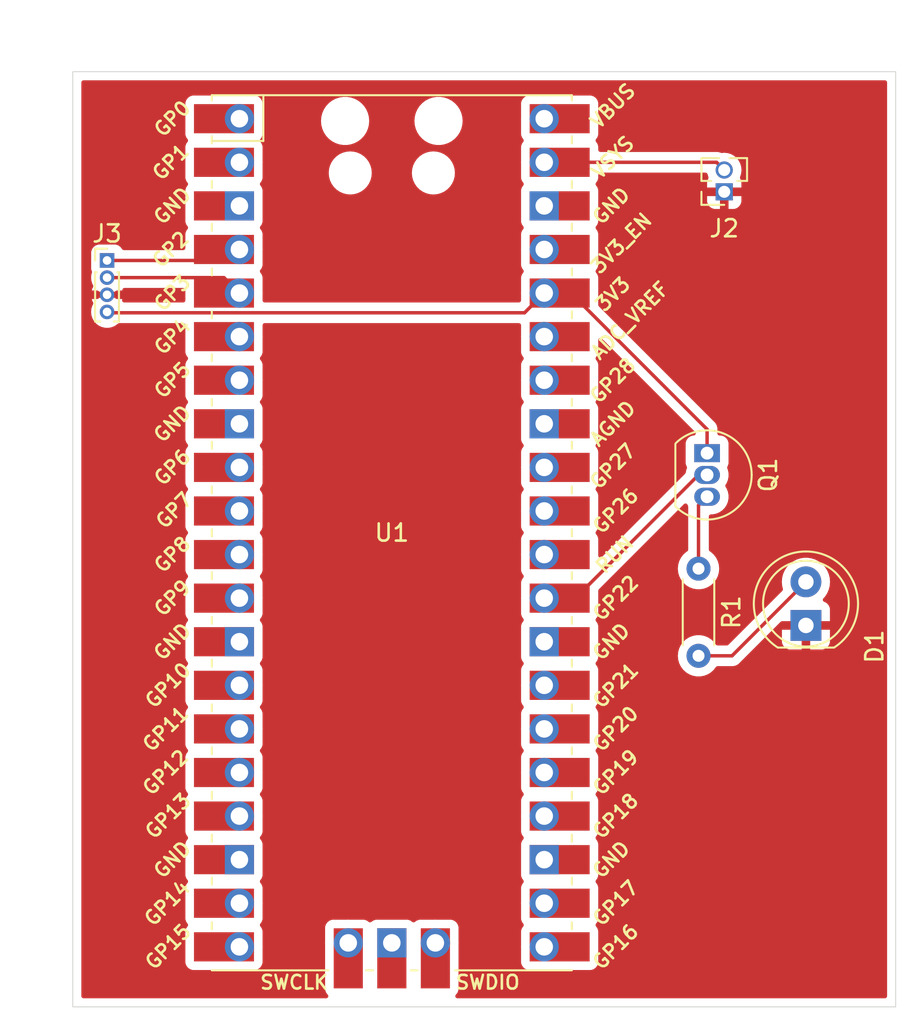
<source format=kicad_pcb>
(kicad_pcb (version 20240108) (generator "pcbnew") (generator_version "8.0")
  (layers (0 "F.Cu" signal) (31 "B.Cu" signal) (34 "B.Paste" user) (35 "F.Paste" user) (36 "B.SilkS" user "B.Silkscreen") (37 "F.SilkS" user "F.Silkscreen") (38 "B.Mask" user) (39 "F.Mask" user) (44 "Edge.Cuts" user))
  (net 0 "")
  (net 1 "Net-(D1-A)")
  (net 2 "VCC")
  (net 3 "Net-(Q1-E)")
  (net 39 "GND")
  (net 40 "VSYS")
  (net 41 "GPIO03")
  (net 42 "GPIO02")
  (net 43 "GPIO22")
  (footprint "Package_TO_SOT_THT:TO-92_Inline" (layer "F.Cu") (at 113.5 72.73 -90)
    (property "Reference" "Q1" (at 1.27 -3.56 90) (layer "F.SilkS"))
    (property "Value" "BC548")
    (fp_line (start -0.53 1.85) (end 3.07 1.85) (stroke (width 0.12)) (layer "F.SilkS"))
    (fp_arc (start -0.568478 1.838478) (mid -1.132087 -0.994977) (end 1.27 -2.6) (stroke (width 0.12)) (layer "F.SilkS"))
    (fp_arc (start 1.27 -2.6) (mid 3.672087 -0.994977) (end 3.108478 1.838478) (stroke (width 0.12)) (layer "F.SilkS"))
    (pad "1" thru_hole rect (at 0 0 270) (size 1.05 1.5) (drill 0.75) (layers "*.Cu" "*.Mask") (net 2 "VCC"))
    (pad "2" thru_hole oval (at 1.27 0 270) (size 1.05 1.5) (drill 0.75) (layers "*.Cu" "*.Mask") (net 43 "GPIO22"))
    (pad "3" thru_hole oval (at 2.54 0 270) (size 1.05 1.5) (drill 0.75) (layers "*.Cu" "*.Mask") (net 3 "Net-(Q1-E)"))
  )
  (footprint "MCU_RaspberryPi_and_Boards:RPi_Pico_SMD_TH" (layer "F.Cu") (at 95.11 77.37)
    (property "Reference" "U1" (at 0 0 0) (layer "F.SilkS"))
    (property "Value" "Pico")
    (fp_line (start -10.5 -25.5) (end -10.5 -25.2) (stroke (width 0.12)) (layer "F.SilkS"))
    (fp_line (start -10.5 -25.5) (end 10.5 -25.5) (stroke (width 0.12)) (layer "F.SilkS"))
    (fp_line (start -10.5 -23.1) (end -10.5 -22.7) (stroke (width 0.12)) (layer "F.SilkS"))
    (fp_line (start -10.5 -22.833) (end -7.493 -22.833) (stroke (width 0.12)) (layer "F.SilkS"))
    (fp_line (start -10.5 -20.5) (end -10.5 -20.1) (stroke (width 0.12)) (layer "F.SilkS"))
    (fp_line (start -10.5 -18) (end -10.5 -17.6) (stroke (width 0.12)) (layer "F.SilkS"))
    (fp_line (start -10.5 -15.4) (end -10.5 -15) (stroke (width 0.12)) (layer "F.SilkS"))
    (fp_line (start -10.5 -12.9) (end -10.5 -12.5) (stroke (width 0.12)) (layer "F.SilkS"))
    (fp_line (start -10.5 -10.4) (end -10.5 -10) (stroke (width 0.12)) (layer "F.SilkS"))
    (fp_line (start -10.5 -7.8) (end -10.5 -7.4) (stroke (width 0.12)) (layer "F.SilkS"))
    (fp_line (start -10.5 -5.3) (end -10.5 -4.9) (stroke (width 0.12)) (layer "F.SilkS"))
    (fp_line (start -10.5 -2.7) (end -10.5 -2.3) (stroke (width 0.12)) (layer "F.SilkS"))
    (fp_line (start -10.5 -0.2) (end -10.5 0.2) (stroke (width 0.12)) (layer "F.SilkS"))
    (fp_line (start -10.5 2.3) (end -10.5 2.7) (stroke (width 0.12)) (layer "F.SilkS"))
    (fp_line (start -10.5 4.9) (end -10.5 5.3) (stroke (width 0.12)) (layer "F.SilkS"))
    (fp_line (start -10.5 7.4) (end -10.5 7.8) (stroke (width 0.12)) (layer "F.SilkS"))
    (fp_line (start -10.5 10) (end -10.5 10.4) (stroke (width 0.12)) (layer "F.SilkS"))
    (fp_line (start -10.5 12.5) (end -10.5 12.9) (stroke (width 0.12)) (layer "F.SilkS"))
    (fp_line (start -10.5 15.1) (end -10.5 15.5) (stroke (width 0.12)) (layer "F.SilkS"))
    (fp_line (start -10.5 17.6) (end -10.5 18) (stroke (width 0.12)) (layer "F.SilkS"))
    (fp_line (start -10.5 20.1) (end -10.5 20.5) (stroke (width 0.12)) (layer "F.SilkS"))
    (fp_line (start -10.5 22.7) (end -10.5 23.1) (stroke (width 0.12)) (layer "F.SilkS"))
    (fp_line (start -7.493 -22.833) (end -7.493 -25.5) (stroke (width 0.12)) (layer "F.SilkS"))
    (fp_line (start -3.7 25.5) (end -10.5 25.5) (stroke (width 0.12)) (layer "F.SilkS"))
    (fp_line (start -1.5 25.5) (end -1.1 25.5) (stroke (width 0.12)) (layer "F.SilkS"))
    (fp_line (start 1.1 25.5) (end 1.5 25.5) (stroke (width 0.12)) (layer "F.SilkS"))
    (fp_line (start 10.5 -25.5) (end 10.5 -25.2) (stroke (width 0.12)) (layer "F.SilkS"))
    (fp_line (start 10.5 -23.1) (end 10.5 -22.7) (stroke (width 0.12)) (layer "F.SilkS"))
    (fp_line (start 10.5 -20.5) (end 10.5 -20.1) (stroke (width 0.12)) (layer "F.SilkS"))
    (fp_line (start 10.5 -18) (end 10.5 -17.6) (stroke (width 0.12)) (layer "F.SilkS"))
    (fp_line (start 10.5 -15.4) (end 10.5 -15) (stroke (width 0.12)) (layer "F.SilkS"))
    (fp_line (start 10.5 -12.9) (end 10.5 -12.5) (stroke (width 0.12)) (layer "F.SilkS"))
    (fp_line (start 10.5 -10.4) (end 10.5 -10) (stroke (width 0.12)) (layer "F.SilkS"))
    (fp_line (start 10.5 -7.8) (end 10.5 -7.4) (stroke (width 0.12)) (layer "F.SilkS"))
    (fp_line (start 10.5 -5.3) (end 10.5 -4.9) (stroke (width 0.12)) (layer "F.SilkS"))
    (fp_line (start 10.5 -2.7) (end 10.5 -2.3) (stroke (width 0.12)) (layer "F.SilkS"))
    (fp_line (start 10.5 -0.2) (end 10.5 0.2) (stroke (width 0.12)) (layer "F.SilkS"))
    (fp_line (start 10.5 2.3) (end 10.5 2.7) (stroke (width 0.12)) (layer "F.SilkS"))
    (fp_line (start 10.5 4.9) (end 10.5 5.3) (stroke (width 0.12)) (layer "F.SilkS"))
    (fp_line (start 10.5 7.4) (end 10.5 7.8) (stroke (width 0.12)) (layer "F.SilkS"))
    (fp_line (start 10.5 10) (end 10.5 10.4) (stroke (width 0.12)) (layer "F.SilkS"))
    (fp_line (start 10.5 12.5) (end 10.5 12.9) (stroke (width 0.12)) (layer "F.SilkS"))
    (fp_line (start 10.5 15.1) (end 10.5 15.5) (stroke (width 0.12)) (layer "F.SilkS"))
    (fp_line (start 10.5 17.6) (end 10.5 18) (stroke (width 0.12)) (layer "F.SilkS"))
    (fp_line (start 10.5 20.1) (end 10.5 20.5) (stroke (width 0.12)) (layer "F.SilkS"))
    (fp_line (start 10.5 22.7) (end 10.5 23.1) (stroke (width 0.12)) (layer "F.SilkS"))
    (fp_line (start 10.5 25.5) (end 3.7 25.5) (stroke (width 0.12)) (layer "F.SilkS"))
    (fp_text user "GND" (at 12.8 -19.05 45) (layer "F.SilkS") (effects (font (size 0.8 0.8))))
    (fp_text user "GP9" (at -12.8 3.81 45) (layer "F.SilkS") (effects (font (size 0.8 0.8))))
    (fp_text user "GP18" (at 13.054 16.51 45) (layer "F.SilkS") (effects (font (size 0.8 0.8))))
    (fp_text user "GP22" (at 13.054 3.81 45) (layer "F.SilkS") (effects (font (size 0.8 0.8))))
    (fp_text user "GP20" (at 13.054 11.43 45) (layer "F.SilkS") (effects (font (size 0.8 0.8))))
    (fp_text user "GND" (at -12.8 -19.05 45) (layer "F.SilkS") (effects (font (size 0.8 0.8))))
    (fp_text user "GP10" (at -13.054 8.89 45) (layer "F.SilkS") (effects (font (size 0.8 0.8))))
    (fp_text user "VBUS" (at 12.89 -24.87 45) (layer "F.SilkS") (effects (font (size 0.8 0.8))))
    (fp_text user "GP13" (at -13.054 16.51 45) (layer "F.SilkS") (effects (font (size 0.8 0.8))))
    (fp_text user "ADC_VREF" (at 13.89 -12.37 45) (layer "F.SilkS") (effects (font (size 0.8 0.8))))
    (fp_text user "GP27" (at 12.89 -3.87 -135) (layer "F.SilkS") (effects (font (size 0.8 0.8))))
    (fp_text user "GP2" (at -12.9 -16.51 45) (layer "F.SilkS") (effects (font (size 0.8 0.8))))
    (fp_text user "GP4" (at -12.8 -11.43 45) (layer "F.SilkS") (effects (font (size 0.8 0.8))))
    (fp_text user "SWDIO" (at 5.6 26.2 0) (layer "F.SilkS") (effects (font (size 0.8 0.8))))
    (fp_text user "VSYS" (at 12.89 -21.87 -135) (layer "F.SilkS") (effects (font (size 0.8 0.8))))
    (fp_text user "GP14" (at -13.1 21.59 45) (layer "F.SilkS") (effects (font (size 0.8 0.8))))
    (fp_text user "GP16" (at 13.054 24.13 45) (layer "F.SilkS") (effects (font (size 0.8 0.8))))
    (fp_text user "GND" (at 12.8 6.35 45) (layer "F.SilkS") (effects (font (size 0.8 0.8))))
    (fp_text user "RUN" (at 13 1.27 45) (layer "F.SilkS") (effects (font (size 0.8 0.8))))
    (fp_text user "SWCLK" (at -5.7 26.2 0) (layer "F.SilkS") (effects (font (size 0.8 0.8))))
    (fp_text user "GND" (at 12.8 19.05 45) (layer "F.SilkS") (effects (font (size 0.8 0.8))))
    (fp_text user "GP7" (at -12.7 -1.3 45) (layer "F.SilkS") (effects (font (size 0.8 0.8))))
    (fp_text user "GP12" (at -13.2 13.97 45) (layer "F.SilkS") (effects (font (size 0.8 0.8))))
    (fp_text user "GND" (at -12.8 19.05 45) (layer "F.SilkS") (effects (font (size 0.8 0.8))))
    (fp_text user "GP6" (at -12.8 -3.81 45) (layer "F.SilkS") (effects (font (size 0.8 0.8))))
    (fp_text user "GP17" (at 13.054 21.59 45) (layer "F.SilkS") (effects (font (size 0.8 0.8))))
    (fp_text user "GP5" (at -12.8 -8.89 45) (layer "F.SilkS") (effects (font (size 0.8 0.8))))
    (fp_text user "GP11" (at -13.2 11.43 45) (layer "F.SilkS") (effects (font (size 0.8 0.8))))
    (fp_text user "GP21" (at 13.054 8.9 45) (layer "F.SilkS") (effects (font (size 0.8 0.8))))
    (fp_text user "GND" (at -12.8 -6.35 45) (layer "F.SilkS") (effects (font (size 0.8 0.8))))
    (fp_text user "GP15" (at -13.054 24.13 45) (layer "F.SilkS") (effects (font (size 0.8 0.8))))
    (fp_text user "GP28" (at 12.89 -8.87 45) (layer "F.SilkS") (effects (font (size 0.8 0.8))))
    (fp_text user "GP1" (at -12.9 -21.6 45) (layer "F.SilkS") (effects (font (size 0.8 0.8))))
    (fp_text user "GP19" (at 13.054 13.97 45) (layer "F.SilkS") (effects (font (size 0.8 0.8))))
    (fp_text user "GP26" (at 13.054 -1.27 45) (layer "F.SilkS") (effects (font (size 0.8 0.8))))
    (fp_text user "GP8" (at -12.8 1.27 45) (layer "F.SilkS") (effects (font (size 0.8 0.8))))
    (fp_text user "GP3" (at -12.8 -13.97 45) (layer "F.SilkS") (effects (font (size 0.8 0.8))))
    (fp_text user "AGND" (at 12.89 -6.37 45) (layer "F.SilkS") (effects (font (size 0.8 0.8))))
    (fp_text user "3V3_EN" (at 13.39 -16.87 45) (layer "F.SilkS") (effects (font (size 0.8 0.8))))
    (fp_text user "GP0" (at -12.8 -24.13 45) (layer "F.SilkS") (effects (font (size 0.8 0.8))))
    (fp_text user "GND" (at -12.8 6.35 45) (layer "F.SilkS") (effects (font (size 0.8 0.8))))
    (fp_text user "3V3" (at 12.9 -13.9 45) (layer "F.SilkS") (effects (font (size 0.8 0.8))))
    (pad "" np_thru_hole oval (at -2.725 -24) (size 1.8 1.8) (drill 1.8) (layers "*.Cu" "*.Mask"))
    (pad "" np_thru_hole oval (at -2.425 -20.97) (size 1.5 1.5) (drill 1.5) (layers "*.Cu" "*.Mask"))
    (pad "" np_thru_hole oval (at 2.425 -20.97) (size 1.5 1.5) (drill 1.5) (layers "*.Cu" "*.Mask"))
    (pad "" np_thru_hole oval (at 2.725 -24) (size 1.8 1.8) (drill 1.8) (layers "*.Cu" "*.Mask"))
    (pad "1" thru_hole oval (at -8.89 -24.13) (size 1.7 1.7) (drill 1.02) (layers "*.Cu" "*.Mask"))
    (pad "1" smd rect (at -8.89 -24.13) (size 3.5 1.7) (drill (offset -0.9 0)) (layers "F.Cu" "F.Mask"))
    (pad "2" thru_hole oval (at -8.89 -21.59) (size 1.7 1.7) (drill 1.02) (layers "*.Cu" "*.Mask"))
    (pad "2" smd rect (at -8.89 -21.59) (size 3.5 1.7) (drill (offset -0.9 0)) (layers "F.Cu" "F.Mask"))
    (pad "3" thru_hole rect (at -8.89 -19.05) (size 1.7 1.7) (drill 1.02) (layers "*.Cu" "*.Mask"))
    (pad "3" smd rect (at -8.89 -19.05) (size 3.5 1.7) (drill (offset -0.9 0)) (layers "F.Cu" "F.Mask"))
    (pad "4" thru_hole oval (at -8.89 -16.51) (size 1.7 1.7) (drill 1.02) (layers "*.Cu" "*.Mask") (net 42 "GPIO02"))
    (pad "4" smd rect (at -8.89 -16.51) (size 3.5 1.7) (drill (offset -0.9 0)) (layers "F.Cu" "F.Mask") (net 42 "GPIO02"))
    (pad "5" thru_hole oval (at -8.89 -13.97) (size 1.7 1.7) (drill 1.02) (layers "*.Cu" "*.Mask") (net 41 "GPIO03"))
    (pad "5" smd rect (at -8.89 -13.97) (size 3.5 1.7) (drill (offset -0.9 0)) (layers "F.Cu" "F.Mask") (net 41 "GPIO03"))
    (pad "6" thru_hole oval (at -8.89 -11.43) (size 1.7 1.7) (drill 1.02) (layers "*.Cu" "*.Mask"))
    (pad "6" smd rect (at -8.89 -11.43) (size 3.5 1.7) (drill (offset -0.9 0)) (layers "F.Cu" "F.Mask"))
    (pad "7" thru_hole oval (at -8.89 -8.89) (size 1.7 1.7) (drill 1.02) (layers "*.Cu" "*.Mask"))
    (pad "7" smd rect (at -8.89 -8.89) (size 3.5 1.7) (drill (offset -0.9 0)) (layers "F.Cu" "F.Mask"))
    (pad "8" thru_hole rect (at -8.89 -6.35) (size 1.7 1.7) (drill 1.02) (layers "*.Cu" "*.Mask"))
    (pad "8" smd rect (at -8.89 -6.35) (size 3.5 1.7) (drill (offset -0.9 0)) (layers "F.Cu" "F.Mask"))
    (pad "9" thru_hole oval (at -8.89 -3.81) (size 1.7 1.7) (drill 1.02) (layers "*.Cu" "*.Mask"))
    (pad "9" smd rect (at -8.89 -3.81) (size 3.5 1.7) (drill (offset -0.9 0)) (layers "F.Cu" "F.Mask"))
    (pad "10" thru_hole oval (at -8.89 -1.27) (size 1.7 1.7) (drill 1.02) (layers "*.Cu" "*.Mask"))
    (pad "10" smd rect (at -8.89 -1.27) (size 3.5 1.7) (drill (offset -0.9 0)) (layers "F.Cu" "F.Mask"))
    (pad "11" thru_hole oval (at -8.89 1.27) (size 1.7 1.7) (drill 1.02) (layers "*.Cu" "*.Mask"))
    (pad "11" smd rect (at -8.89 1.27) (size 3.5 1.7) (drill (offset -0.9 0)) (layers "F.Cu" "F.Mask"))
    (pad "12" thru_hole oval (at -8.89 3.81) (size 1.7 1.7) (drill 1.02) (layers "*.Cu" "*.Mask"))
    (pad "12" smd rect (at -8.89 3.81) (size 3.5 1.7) (drill (offset -0.9 0)) (layers "F.Cu" "F.Mask"))
    (pad "13" thru_hole rect (at -8.89 6.35) (size 1.7 1.7) (drill 1.02) (layers "*.Cu" "*.Mask"))
    (pad "13" smd rect (at -8.89 6.35) (size 3.5 1.7) (drill (offset -0.9 0)) (layers "F.Cu" "F.Mask"))
    (pad "14" thru_hole oval (at -8.89 8.89) (size 1.7 1.7) (drill 1.02) (layers "*.Cu" "*.Mask"))
    (pad "14" smd rect (at -8.89 8.89) (size 3.5 1.7) (drill (offset -0.9 0)) (layers "F.Cu" "F.Mask"))
    (pad "15" thru_hole oval (at -8.89 11.43) (size 1.7 1.7) (drill 1.02) (layers "*.Cu" "*.Mask"))
    (pad "15" smd rect (at -8.89 11.43) (size 3.5 1.7) (drill (offset -0.9 0)) (layers "F.Cu" "F.Mask"))
    (pad "16" thru_hole oval (at -8.89 13.97) (size 1.7 1.7) (drill 1.02) (layers "*.Cu" "*.Mask"))
    (pad "16" smd rect (at -8.89 13.97) (size 3.5 1.7) (drill (offset -0.9 0)) (layers "F.Cu" "F.Mask"))
    (pad "17" thru_hole oval (at -8.89 16.51) (size 1.7 1.7) (drill 1.02) (layers "*.Cu" "*.Mask"))
    (pad "17" smd rect (at -8.89 16.51) (size 3.5 1.7) (drill (offset -0.9 0)) (layers "F.Cu" "F.Mask"))
    (pad "18" thru_hole rect (at -8.89 19.05) (size 1.7 1.7) (drill 1.02) (layers "*.Cu" "*.Mask"))
    (pad "18" smd rect (at -8.89 19.05) (size 3.5 1.7) (drill (offset -0.9 0)) (layers "F.Cu" "F.Mask"))
    (pad "19" thru_hole oval (at -8.89 21.59) (size 1.7 1.7) (drill 1.02) (layers "*.Cu" "*.Mask"))
    (pad "19" smd rect (at -8.89 21.59) (size 3.5 1.7) (drill (offset -0.9 0)) (layers "F.Cu" "F.Mask"))
    (pad "20" thru_hole oval (at -8.89 24.13) (size 1.7 1.7) (drill 1.02) (layers "*.Cu" "*.Mask"))
    (pad "20" smd rect (at -8.89 24.13) (size 3.5 1.7) (drill (offset -0.9 0)) (layers "F.Cu" "F.Mask"))
    (pad "21" thru_hole oval (at 8.89 24.13) (size 1.7 1.7) (drill 1.02) (layers "*.Cu" "*.Mask"))
    (pad "21" smd rect (at 8.89 24.13) (size 3.5 1.7) (drill (offset 0.9 0)) (layers "F.Cu" "F.Mask"))
    (pad "22" thru_hole oval (at 8.89 21.59) (size 1.7 1.7) (drill 1.02) (layers "*.Cu" "*.Mask"))
    (pad "22" smd rect (at 8.89 21.59) (size 3.5 1.7) (drill (offset 0.9 0)) (layers "F.Cu" "F.Mask"))
    (pad "23" thru_hole rect (at 8.89 19.05) (size 1.7 1.7) (drill 1.02) (layers "*.Cu" "*.Mask"))
    (pad "23" smd rect (at 8.89 19.05) (size 3.5 1.7) (drill (offset 0.9 0)) (layers "F.Cu" "F.Mask"))
    (pad "24" thru_hole oval (at 8.89 16.51) (size 1.7 1.7) (drill 1.02) (layers "*.Cu" "*.Mask"))
    (pad "24" smd rect (at 8.89 16.51) (size 3.5 1.7) (drill (offset 0.9 0)) (layers "F.Cu" "F.Mask"))
    (pad "25" thru_hole oval (at 8.89 13.97) (size 1.7 1.7) (drill 1.02) (layers "*.Cu" "*.Mask"))
    (pad "25" smd rect (at 8.89 13.97) (size 3.5 1.7) (drill (offset 0.9 0)) (layers "F.Cu" "F.Mask"))
    (pad "26" thru_hole oval (at 8.89 11.43) (size 1.7 1.7) (drill 1.02) (layers "*.Cu" "*.Mask"))
    (pad "26" smd rect (at 8.89 11.43) (size 3.5 1.7) (drill (offset 0.9 0)) (layers "F.Cu" "F.Mask"))
    (pad "27" thru_hole oval (at 8.89 8.89) (size 1.7 1.7) (drill 1.02) (layers "*.Cu" "*.Mask"))
    (pad "27" smd rect (at 8.89 8.89) (size 3.5 1.7) (drill (offset 0.9 0)) (layers "F.Cu" "F.Mask"))
    (pad "28" thru_hole rect (at 8.89 6.35) (size 1.7 1.7) (drill 1.02) (layers "*.Cu" "*.Mask"))
    (pad "28" smd rect (at 8.89 6.35) (size 3.5 1.7) (drill (offset 0.9 0)) (layers "F.Cu" "F.Mask"))
    (pad "29" thru_hole oval (at 8.89 3.81) (size 1.7 1.7) (drill 1.02) (layers "*.Cu" "*.Mask") (net 43 "GPIO22"))
    (pad "29" smd rect (at 8.89 3.81) (size 3.5 1.7) (drill (offset 0.9 0)) (layers "F.Cu" "F.Mask") (net 43 "GPIO22"))
    (pad "30" thru_hole oval (at 8.89 1.27) (size 1.7 1.7) (drill 1.02) (layers "*.Cu" "*.Mask"))
    (pad "30" smd rect (at 8.89 1.27) (size 3.5 1.7) (drill (offset 0.9 0)) (layers "F.Cu" "F.Mask"))
    (pad "31" thru_hole oval (at 8.89 -1.27) (size 1.7 1.7) (drill 1.02) (layers "*.Cu" "*.Mask"))
    (pad "31" smd rect (at 8.89 -1.27) (size 3.5 1.7) (drill (offset 0.9 0)) (layers "F.Cu" "F.Mask"))
    (pad "32" thru_hole oval (at 8.89 -3.81) (size 1.7 1.7) (drill 1.02) (layers "*.Cu" "*.Mask"))
    (pad "32" smd rect (at 8.89 -3.81) (size 3.5 1.7) (drill (offset 0.9 0)) (layers "F.Cu" "F.Mask"))
    (pad "33" thru_hole rect (at 8.89 -6.35) (size 1.7 1.7) (drill 1.02) (layers "*.Cu" "*.Mask"))
    (pad "33" smd rect (at 8.89 -6.35) (size 3.5 1.7) (drill (offset 0.9 0)) (layers "F.Cu" "F.Mask"))
    (pad "34" thru_hole oval (at 8.89 -8.89) (size 1.7 1.7) (drill 1.02) (layers "*.Cu" "*.Mask"))
    (pad "34" smd rect (at 8.89 -8.89) (size 3.5 1.7) (drill (offset 0.9 0)) (layers "F.Cu" "F.Mask"))
    (pad "35" thru_hole oval (at 8.89 -11.43) (size 1.7 1.7) (drill 1.02) (layers "*.Cu" "*.Mask"))
    (pad "35" smd rect (at 8.89 -11.43) (size 3.5 1.7) (drill (offset 0.9 0)) (layers "F.Cu" "F.Mask"))
    (pad "36" thru_hole oval (at 8.89 -13.97) (size 1.7 1.7) (drill 1.02) (layers "*.Cu" "*.Mask") (net 2 "VCC"))
    (pad "36" smd rect (at 8.89 -13.97) (size 3.5 1.7) (drill (offset 0.9 0)) (layers "F.Cu" "F.Mask") (net 2 "VCC"))
    (pad "37" thru_hole oval (at 8.89 -16.51) (size 1.7 1.7) (drill 1.02) (layers "*.Cu" "*.Mask"))
    (pad "37" smd rect (at 8.89 -16.51) (size 3.5 1.7) (drill (offset 0.9 0)) (layers "F.Cu" "F.Mask"))
    (pad "38" thru_hole rect (at 8.89 -19.05) (size 1.7 1.7) (drill 1.02) (layers "*.Cu" "*.Mask"))
    (pad "38" smd rect (at 8.89 -19.05) (size 3.5 1.7) (drill (offset 0.9 0)) (layers "F.Cu" "F.Mask"))
    (pad "39" thru_hole oval (at 8.89 -21.59) (size 1.7 1.7) (drill 1.02) (layers "*.Cu" "*.Mask") (net 40 "VSYS"))
    (pad "39" smd rect (at 8.89 -21.59) (size 3.5 1.7) (drill (offset 0.9 0)) (layers "F.Cu" "F.Mask") (net 40 "VSYS"))
    (pad "40" thru_hole oval (at 8.89 -24.13) (size 1.7 1.7) (drill 1.02) (layers "*.Cu" "*.Mask"))
    (pad "40" smd rect (at 8.89 -24.13) (size 3.5 1.7) (drill (offset 0.9 0)) (layers "F.Cu" "F.Mask"))
    (pad "41" thru_hole oval (at -2.54 23.9) (size 1.7 1.7) (drill 1.02) (layers "*.Cu" "*.Mask"))
    (pad "41" smd rect (at -2.54 23.9 90) (size 3.5 1.7) (drill (offset -0.9 0)) (layers "F.Cu" "F.Mask"))
    (pad "42" thru_hole rect (at 0 23.9) (size 1.7 1.7) (drill 1.02) (layers "*.Cu" "*.Mask"))
    (pad "42" smd rect (at 0 23.9 90) (size 3.5 1.7) (drill (offset -0.9 0)) (layers "F.Cu" "F.Mask"))
    (pad "43" thru_hole oval (at 2.54 23.9) (size 1.7 1.7) (drill 1.02) (layers "*.Cu" "*.Mask"))
    (pad "43" smd rect (at 2.54 23.9 90) (size 3.5 1.7) (drill (offset -0.9 0)) (layers "F.Cu" "F.Mask"))
  )
  (footprint "Connector_PinHeader_1.00mm:PinHeader_1x04_P1.00mm_Vertical" (layer "F.Cu") (at 78.5 61.5)
    (property "Reference" "J3" (at 0 -1.56 0) (layer "F.SilkS"))
    (property "Value" "Conn_01x04_Pin")
    (fp_line (start -0.695 -0.685) (end 0 -0.685) (stroke (width 0.12)) (layer "F.SilkS"))
    (fp_line (start -0.695 0) (end -0.695 -0.685) (stroke (width 0.12)) (layer "F.SilkS"))
    (fp_line (start -0.695 0.685) (end -0.695 3.56) (stroke (width 0.12)) (layer "F.SilkS"))
    (fp_line (start -0.695 0.685) (end -0.608276 0.685) (stroke (width 0.12)) (layer "F.SilkS"))
    (fp_line (start -0.695 3.56) (end -0.394493 3.56) (stroke (width 0.12)) (layer "F.SilkS"))
    (fp_line (start 0.394493 3.56) (end 0.695 3.56) (stroke (width 0.12)) (layer "F.SilkS"))
    (fp_line (start 0.608276 0.685) (end 0.695 0.685) (stroke (width 0.12)) (layer "F.SilkS"))
    (fp_line (start 0.695 0.685) (end 0.695 3.56) (stroke (width 0.12)) (layer "F.SilkS"))
    (pad "1" thru_hole rect (at 0 0) (size 0.85 0.85) (drill 0.5) (layers "*.Cu" "*.Mask") (net 42 "GPIO02"))
    (pad "2" thru_hole oval (at 0 1) (size 0.85 0.85) (drill 0.5) (layers "*.Cu" "*.Mask") (net 41 "GPIO03"))
    (pad "3" thru_hole oval (at 0 2) (size 0.85 0.85) (drill 0.5) (layers "*.Cu" "*.Mask") (net 39 "GND"))
    (pad "4" thru_hole oval (at 0 3) (size 0.85 0.85) (drill 0.5) (layers "*.Cu" "*.Mask") (net 2 "VCC"))
  )
  (footprint "Resistor_THT:R_Axial_DIN0204_L3.6mm_D1.6mm_P5.08mm_Horizontal" (layer "F.Cu") (at 113 79.46 -90)
    (property "Reference" "R1" (at 2.54 -1.92 90) (layer "F.SilkS"))
    (property "Value" "R")
    (fp_line (start 0.62 0.92) (end 4.46 0.92) (stroke (width 0.12)) (layer "F.SilkS"))
    (fp_line (start 0.62 -0.92) (end 4.46 -0.92) (stroke (width 0.12)) (layer "F.SilkS"))
    (pad "1" thru_hole circle (at 0 0 270) (size 1.4 1.4) (drill 0.7) (layers "*.Cu" "*.Mask") (net 3 "Net-(Q1-E)"))
    (pad "2" thru_hole oval (at 5.08 0 270) (size 1.4 1.4) (drill 0.7) (layers "*.Cu" "*.Mask") (net 1 "Net-(D1-A)"))
  )
  (footprint "Connector_PinSocket_1.27mm:PinSocket_1x02_P1.27mm_Vertical" (layer "F.Cu") (at 114.5 57.5 180)
    (property "Reference" "J2" (at 0 -2.135 180) (layer "F.SilkS"))
    (property "Value" "Conn_01x02_Pin")
    (fp_line (start 1.33 0.635) (end 1.33 1.965) (stroke (width 0.12)) (layer "F.SilkS"))
    (fp_line (start 1.33 -0.76) (end 1.33 0) (stroke (width 0.12)) (layer "F.SilkS"))
    (fp_line (start 0.76 0.635) (end 1.33 0.635) (stroke (width 0.12)) (layer "F.SilkS"))
    (fp_line (start 0.30753 1.965) (end 1.33 1.965) (stroke (width 0.12)) (layer "F.SilkS"))
    (fp_line (start 0 -0.76) (end 1.33 -0.76) (stroke (width 0.12)) (layer "F.SilkS"))
    (fp_line (start -1.33 1.965) (end -0.30753 1.965) (stroke (width 0.12)) (layer "F.SilkS"))
    (fp_line (start -1.33 0.635) (end -0.76 0.635) (stroke (width 0.12)) (layer "F.SilkS"))
    (fp_line (start -1.33 0.635) (end -1.33 1.965) (stroke (width 0.12)) (layer "F.SilkS"))
    (pad "1" thru_hole rect (at 0 0 180) (size 1 1) (drill 0.7) (layers "*.Cu" "*.Mask") (net 39 "GND"))
    (pad "2" thru_hole oval (at 0 1.27 180) (size 1 1) (drill 0.7) (layers "*.Cu" "*.Mask") (net 40 "VSYS"))
  )
  (footprint "LED_THT:LED_D5.0mm_FlatTop" (layer "F.Cu") (at 119.265 82.77 90)
    (property "Reference" "D1" (at -1.23 4 270) (layer "F.SilkS"))
    (property "Value" "LED")
    (fp_line (start -1.29 -1.64) (end -1.29 1.64) (stroke (width 0.12)) (layer "F.SilkS"))
    (fp_arc (start -1.29 -1.639512) (mid 2.125106 -2.917258) (end 4.309999 0.001958) (stroke (width 0.12)) (layer "F.SilkS"))
    (fp_arc (start 4.309999 -0.001958) (mid 2.125106 2.917258) (end -1.29 1.639512) (stroke (width 0.12)) (layer "F.SilkS"))
    (fp_circle (center 1.27 0) (end 3.77 0) (stroke (width 0.12)) (fill none) (layer "F.SilkS"))
    (pad "1" thru_hole rect (at 0 0 90) (size 1.8 1.8) (drill 0.9) (layers "*.Cu" "*.Mask") (net 39 "GND"))
    (pad "2" thru_hole circle (at 2.54 0 90) (size 1.8 1.8) (drill 0.9) (layers "*.Cu" "*.Mask") (net 1 "Net-(D1-A)"))
  )
  (gr_rect (start 76.5 50.5) (end 124.5 105) (stroke (width 0.05)) (fill none) (layer "Edge.Cuts"))
  (segment (start 113 84.54) (end 114.955 84.54) (width 0.2) (layer "F.Cu") (net 1))
  (segment (start 114.955 84.54) (end 119.265 80.23) (width 0.2) (layer "F.Cu") (net 1))
  (segment (start 113.5 71.34) (end 113.5 72.73) (width 0.2) (layer "F.Cu") (net 2))
  (segment (start 102.85 64.55) (end 104 63.4) (width 0.2) (layer "F.Cu") (net 2))
  (segment (start 105.56 63.4) (end 113.5 71.34) (width 0.2) (layer "F.Cu") (net 2))
  (segment (start 78.55 64.55) (end 102.85 64.55) (width 0.2) (layer "F.Cu") (net 2))
  (segment (start 78.5 64.5) (end 78.55 64.55) (width 0.2) (layer "F.Cu") (net 2))
  (segment (start 104 63.4) (end 105.56 63.4) (width 0.2) (layer "F.Cu") (net 2))
  (segment (start 113 79.46) (end 113 75.77) (width 0.2) (layer "F.Cu") (net 3))
  (segment (start 113 75.77) (end 113.5 75.27) (width 0.2) (layer "F.Cu") (net 3))
  (segment (start 114.05 55.78) (end 114.5 56.23) (width 0.2) (layer "F.Cu") (net 40))
  (segment (start 104 55.78) (end 114.05 55.78) (width 0.2) (layer "F.Cu") (net 40))
  (segment (start 78.5 62.5) (end 85.32 62.5) (width 0.2) (layer "F.Cu") (net 41))
  (segment (start 85.32 62.5) (end 86.22 63.4) (width 0.2) (layer "F.Cu") (net 41))
  (segment (start 78.5 61.5) (end 85.58 61.5) (width 0.2) (layer "F.Cu") (net 42))
  (segment (start 85.58 61.5) (end 86.22 60.86) (width 0.2) (layer "F.Cu") (net 42))
  (segment (start 113 74) (end 113.5 74) (width 0.2) (layer "F.Cu") (net 43))
  (segment (start 105.82 81.18) (end 113 74) (width 0.2) (layer "F.Cu") (net 43))
  (segment (start 104 81.18) (end 105.82 81.18) (width 0.2) (layer "F.Cu") (net 43))
  (zone (net 39) (net_name "GND") (layer "F.Cu") (priority 1) (connect_pads (clearance 0.5)) (min_thickness 0.25) (fill yes (thermal_gap 0.5) (thermal_bridge_width 0.5))
    (polygon (pts (xy 105.5 63.5) (xy 113.5 71.5) (xy 113 74) (xy 105.5 81.5)))
  )
  (zone (net 39) (net_name "GND") (layer "F.Cu") (connect_pads (clearance 0.5)) (min_thickness 0.25) (fill yes (thermal_gap 0.5) (thermal_bridge_width 0.5))
    (polygon (pts (xy 75.5 50) (xy 126 50) (xy 125.5 106) (xy 74.5 106)))
  )
)
</source>
